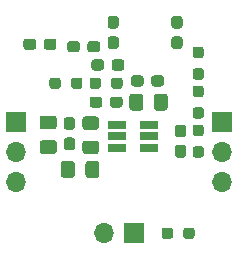
<source format=gbr>
%TF.GenerationSoftware,KiCad,Pcbnew,5.99.0+really5.1.10+dfsg1-1*%
%TF.CreationDate,2021-11-14T15:35:52+01:00*%
%TF.ProjectId,GBPOCKET_DCDC,4742504f-434b-4455-945f-444344432e6b,Rev1*%
%TF.SameCoordinates,PX7102aa0PY5f5e100*%
%TF.FileFunction,Soldermask,Top*%
%TF.FilePolarity,Negative*%
%FSLAX46Y46*%
G04 Gerber Fmt 4.6, Leading zero omitted, Abs format (unit mm)*
G04 Created by KiCad (PCBNEW 5.99.0+really5.1.10+dfsg1-1) date 2021-11-14 15:35:52*
%MOMM*%
%LPD*%
G01*
G04 APERTURE LIST*
%ADD10O,1.700000X1.700000*%
%ADD11R,1.700000X1.700000*%
%ADD12R,1.560000X0.650000*%
G04 APERTURE END LIST*
D10*
%TO.C,J3*%
X8730000Y1200000D03*
D11*
X11270000Y1200000D03*
%TD*%
%TO.C,FB1*%
G36*
G01*
X8050001Y9950000D02*
X7149999Y9950000D01*
G75*
G02*
X6900000Y10199999I0J249999D01*
G01*
X6900000Y10850001D01*
G75*
G02*
X7149999Y11100000I249999J0D01*
G01*
X8050001Y11100000D01*
G75*
G02*
X8300000Y10850001I0J-249999D01*
G01*
X8300000Y10199999D01*
G75*
G02*
X8050001Y9950000I-249999J0D01*
G01*
G37*
G36*
G01*
X8050001Y7900000D02*
X7149999Y7900000D01*
G75*
G02*
X6900000Y8149999I0J249999D01*
G01*
X6900000Y8800001D01*
G75*
G02*
X7149999Y9050000I249999J0D01*
G01*
X8050001Y9050000D01*
G75*
G02*
X8300000Y8800001I0J-249999D01*
G01*
X8300000Y8149999D01*
G75*
G02*
X8050001Y7900000I-249999J0D01*
G01*
G37*
%TD*%
%TO.C,C12*%
G36*
G01*
X6250000Y7075000D02*
X6250000Y6125000D01*
G75*
G02*
X6000000Y5875000I-250000J0D01*
G01*
X5325000Y5875000D01*
G75*
G02*
X5075000Y6125000I0J250000D01*
G01*
X5075000Y7075000D01*
G75*
G02*
X5325000Y7325000I250000J0D01*
G01*
X6000000Y7325000D01*
G75*
G02*
X6250000Y7075000I0J-250000D01*
G01*
G37*
G36*
G01*
X8325000Y7075000D02*
X8325000Y6125000D01*
G75*
G02*
X8075000Y5875000I-250000J0D01*
G01*
X7400000Y5875000D01*
G75*
G02*
X7150000Y6125000I0J250000D01*
G01*
X7150000Y7075000D01*
G75*
G02*
X7400000Y7325000I250000J0D01*
G01*
X8075000Y7325000D01*
G75*
G02*
X8325000Y7075000I0J-250000D01*
G01*
G37*
%TD*%
%TO.C,R6*%
G36*
G01*
X14575000Y1437500D02*
X14575000Y962500D01*
G75*
G02*
X14337500Y725000I-237500J0D01*
G01*
X13837500Y725000D01*
G75*
G02*
X13600000Y962500I0J237500D01*
G01*
X13600000Y1437500D01*
G75*
G02*
X13837500Y1675000I237500J0D01*
G01*
X14337500Y1675000D01*
G75*
G02*
X14575000Y1437500I0J-237500D01*
G01*
G37*
G36*
G01*
X16400000Y1437500D02*
X16400000Y962500D01*
G75*
G02*
X16162500Y725000I-237500J0D01*
G01*
X15662500Y725000D01*
G75*
G02*
X15425000Y962500I0J237500D01*
G01*
X15425000Y1437500D01*
G75*
G02*
X15662500Y1675000I237500J0D01*
G01*
X16162500Y1675000D01*
G75*
G02*
X16400000Y1437500I0J-237500D01*
G01*
G37*
%TD*%
D10*
%TO.C,J2*%
X1250000Y5500000D03*
X1250000Y8040000D03*
D11*
X1250000Y10580000D03*
%TD*%
D12*
%TO.C,U1*%
X9850000Y9400000D03*
X9850000Y8450000D03*
X9850000Y10350000D03*
X12550000Y10350000D03*
X12550000Y9400000D03*
X12550000Y8450000D03*
%TD*%
%TO.C,R5*%
G36*
G01*
X5075000Y14137500D02*
X5075000Y13662500D01*
G75*
G02*
X4837500Y13425000I-237500J0D01*
G01*
X4337500Y13425000D01*
G75*
G02*
X4100000Y13662500I0J237500D01*
G01*
X4100000Y14137500D01*
G75*
G02*
X4337500Y14375000I237500J0D01*
G01*
X4837500Y14375000D01*
G75*
G02*
X5075000Y14137500I0J-237500D01*
G01*
G37*
G36*
G01*
X6900000Y14137500D02*
X6900000Y13662500D01*
G75*
G02*
X6662500Y13425000I-237500J0D01*
G01*
X6162500Y13425000D01*
G75*
G02*
X5925000Y13662500I0J237500D01*
G01*
X5925000Y14137500D01*
G75*
G02*
X6162500Y14375000I237500J0D01*
G01*
X6662500Y14375000D01*
G75*
G02*
X6900000Y14137500I0J-237500D01*
G01*
G37*
%TD*%
%TO.C,R4*%
G36*
G01*
X8475000Y14137500D02*
X8475000Y13662500D01*
G75*
G02*
X8237500Y13425000I-237500J0D01*
G01*
X7737500Y13425000D01*
G75*
G02*
X7500000Y13662500I0J237500D01*
G01*
X7500000Y14137500D01*
G75*
G02*
X7737500Y14375000I237500J0D01*
G01*
X8237500Y14375000D01*
G75*
G02*
X8475000Y14137500I0J-237500D01*
G01*
G37*
G36*
G01*
X10300000Y14137500D02*
X10300000Y13662500D01*
G75*
G02*
X10062500Y13425000I-237500J0D01*
G01*
X9562500Y13425000D01*
G75*
G02*
X9325000Y13662500I0J237500D01*
G01*
X9325000Y14137500D01*
G75*
G02*
X9562500Y14375000I237500J0D01*
G01*
X10062500Y14375000D01*
G75*
G02*
X10300000Y14137500I0J-237500D01*
G01*
G37*
%TD*%
%TO.C,R3*%
G36*
G01*
X16462500Y8575000D02*
X16937500Y8575000D01*
G75*
G02*
X17175000Y8337500I0J-237500D01*
G01*
X17175000Y7837500D01*
G75*
G02*
X16937500Y7600000I-237500J0D01*
G01*
X16462500Y7600000D01*
G75*
G02*
X16225000Y7837500I0J237500D01*
G01*
X16225000Y8337500D01*
G75*
G02*
X16462500Y8575000I237500J0D01*
G01*
G37*
G36*
G01*
X16462500Y10400000D02*
X16937500Y10400000D01*
G75*
G02*
X17175000Y10162500I0J-237500D01*
G01*
X17175000Y9662500D01*
G75*
G02*
X16937500Y9425000I-237500J0D01*
G01*
X16462500Y9425000D01*
G75*
G02*
X16225000Y9662500I0J237500D01*
G01*
X16225000Y10162500D01*
G75*
G02*
X16462500Y10400000I237500J0D01*
G01*
G37*
%TD*%
%TO.C,R2*%
G36*
G01*
X16462500Y11875000D02*
X16937500Y11875000D01*
G75*
G02*
X17175000Y11637500I0J-237500D01*
G01*
X17175000Y11137500D01*
G75*
G02*
X16937500Y10900000I-237500J0D01*
G01*
X16462500Y10900000D01*
G75*
G02*
X16225000Y11137500I0J237500D01*
G01*
X16225000Y11637500D01*
G75*
G02*
X16462500Y11875000I237500J0D01*
G01*
G37*
G36*
G01*
X16462500Y13700000D02*
X16937500Y13700000D01*
G75*
G02*
X17175000Y13462500I0J-237500D01*
G01*
X17175000Y12962500D01*
G75*
G02*
X16937500Y12725000I-237500J0D01*
G01*
X16462500Y12725000D01*
G75*
G02*
X16225000Y12962500I0J237500D01*
G01*
X16225000Y13462500D01*
G75*
G02*
X16462500Y13700000I237500J0D01*
G01*
G37*
%TD*%
%TO.C,R1*%
G36*
G01*
X16462500Y15175000D02*
X16937500Y15175000D01*
G75*
G02*
X17175000Y14937500I0J-237500D01*
G01*
X17175000Y14437500D01*
G75*
G02*
X16937500Y14200000I-237500J0D01*
G01*
X16462500Y14200000D01*
G75*
G02*
X16225000Y14437500I0J237500D01*
G01*
X16225000Y14937500D01*
G75*
G02*
X16462500Y15175000I237500J0D01*
G01*
G37*
G36*
G01*
X16462500Y17000000D02*
X16937500Y17000000D01*
G75*
G02*
X17175000Y16762500I0J-237500D01*
G01*
X17175000Y16262500D01*
G75*
G02*
X16937500Y16025000I-237500J0D01*
G01*
X16462500Y16025000D01*
G75*
G02*
X16225000Y16262500I0J237500D01*
G01*
X16225000Y16762500D01*
G75*
G02*
X16462500Y17000000I237500J0D01*
G01*
G37*
%TD*%
D10*
%TO.C,J1*%
X18750000Y5500000D03*
X18750000Y8040000D03*
D11*
X18750000Y10580000D03*
%TD*%
%TO.C,C11*%
G36*
G01*
X8575000Y12537500D02*
X8575000Y12062500D01*
G75*
G02*
X8337500Y11825000I-237500J0D01*
G01*
X7737500Y11825000D01*
G75*
G02*
X7500000Y12062500I0J237500D01*
G01*
X7500000Y12537500D01*
G75*
G02*
X7737500Y12775000I237500J0D01*
G01*
X8337500Y12775000D01*
G75*
G02*
X8575000Y12537500I0J-237500D01*
G01*
G37*
G36*
G01*
X10300000Y12537500D02*
X10300000Y12062500D01*
G75*
G02*
X10062500Y11825000I-237500J0D01*
G01*
X9462500Y11825000D01*
G75*
G02*
X9225000Y12062500I0J237500D01*
G01*
X9225000Y12537500D01*
G75*
G02*
X9462500Y12775000I237500J0D01*
G01*
X10062500Y12775000D01*
G75*
G02*
X10300000Y12537500I0J-237500D01*
G01*
G37*
%TD*%
%TO.C,C10*%
G36*
G01*
X14962500Y8675000D02*
X15437500Y8675000D01*
G75*
G02*
X15675000Y8437500I0J-237500D01*
G01*
X15675000Y7837500D01*
G75*
G02*
X15437500Y7600000I-237500J0D01*
G01*
X14962500Y7600000D01*
G75*
G02*
X14725000Y7837500I0J237500D01*
G01*
X14725000Y8437500D01*
G75*
G02*
X14962500Y8675000I237500J0D01*
G01*
G37*
G36*
G01*
X14962500Y10400000D02*
X15437500Y10400000D01*
G75*
G02*
X15675000Y10162500I0J-237500D01*
G01*
X15675000Y9562500D01*
G75*
G02*
X15437500Y9325000I-237500J0D01*
G01*
X14962500Y9325000D01*
G75*
G02*
X14725000Y9562500I0J237500D01*
G01*
X14725000Y10162500D01*
G75*
G02*
X14962500Y10400000I237500J0D01*
G01*
G37*
%TD*%
%TO.C,C9*%
G36*
G01*
X12725000Y13862500D02*
X12725000Y14337500D01*
G75*
G02*
X12962500Y14575000I237500J0D01*
G01*
X13562500Y14575000D01*
G75*
G02*
X13800000Y14337500I0J-237500D01*
G01*
X13800000Y13862500D01*
G75*
G02*
X13562500Y13625000I-237500J0D01*
G01*
X12962500Y13625000D01*
G75*
G02*
X12725000Y13862500I0J237500D01*
G01*
G37*
G36*
G01*
X11000000Y13862500D02*
X11000000Y14337500D01*
G75*
G02*
X11237500Y14575000I237500J0D01*
G01*
X11837500Y14575000D01*
G75*
G02*
X12075000Y14337500I0J-237500D01*
G01*
X12075000Y13862500D01*
G75*
G02*
X11837500Y13625000I-237500J0D01*
G01*
X11237500Y13625000D01*
G75*
G02*
X11000000Y13862500I0J237500D01*
G01*
G37*
%TD*%
%TO.C,C8*%
G36*
G01*
X15137500Y18525000D02*
X14662500Y18525000D01*
G75*
G02*
X14425000Y18762500I0J237500D01*
G01*
X14425000Y19362500D01*
G75*
G02*
X14662500Y19600000I237500J0D01*
G01*
X15137500Y19600000D01*
G75*
G02*
X15375000Y19362500I0J-237500D01*
G01*
X15375000Y18762500D01*
G75*
G02*
X15137500Y18525000I-237500J0D01*
G01*
G37*
G36*
G01*
X15137500Y16800000D02*
X14662500Y16800000D01*
G75*
G02*
X14425000Y17037500I0J237500D01*
G01*
X14425000Y17637500D01*
G75*
G02*
X14662500Y17875000I237500J0D01*
G01*
X15137500Y17875000D01*
G75*
G02*
X15375000Y17637500I0J-237500D01*
G01*
X15375000Y17037500D01*
G75*
G02*
X15137500Y16800000I-237500J0D01*
G01*
G37*
%TD*%
%TO.C,C7*%
G36*
G01*
X12950000Y11825000D02*
X12950000Y12775000D01*
G75*
G02*
X13200000Y13025000I250000J0D01*
G01*
X13875000Y13025000D01*
G75*
G02*
X14125000Y12775000I0J-250000D01*
G01*
X14125000Y11825000D01*
G75*
G02*
X13875000Y11575000I-250000J0D01*
G01*
X13200000Y11575000D01*
G75*
G02*
X12950000Y11825000I0J250000D01*
G01*
G37*
G36*
G01*
X10875000Y11825000D02*
X10875000Y12775000D01*
G75*
G02*
X11125000Y13025000I250000J0D01*
G01*
X11800000Y13025000D01*
G75*
G02*
X12050000Y12775000I0J-250000D01*
G01*
X12050000Y11825000D01*
G75*
G02*
X11800000Y11575000I-250000J0D01*
G01*
X11125000Y11575000D01*
G75*
G02*
X10875000Y11825000I0J250000D01*
G01*
G37*
%TD*%
%TO.C,C6*%
G36*
G01*
X9737500Y18525000D02*
X9262500Y18525000D01*
G75*
G02*
X9025000Y18762500I0J237500D01*
G01*
X9025000Y19362500D01*
G75*
G02*
X9262500Y19600000I237500J0D01*
G01*
X9737500Y19600000D01*
G75*
G02*
X9975000Y19362500I0J-237500D01*
G01*
X9975000Y18762500D01*
G75*
G02*
X9737500Y18525000I-237500J0D01*
G01*
G37*
G36*
G01*
X9737500Y16800000D02*
X9262500Y16800000D01*
G75*
G02*
X9025000Y17037500I0J237500D01*
G01*
X9025000Y17637500D01*
G75*
G02*
X9262500Y17875000I237500J0D01*
G01*
X9737500Y17875000D01*
G75*
G02*
X9975000Y17637500I0J-237500D01*
G01*
X9975000Y17037500D01*
G75*
G02*
X9737500Y16800000I-237500J0D01*
G01*
G37*
%TD*%
%TO.C,C5*%
G36*
G01*
X7325000Y16762500D02*
X7325000Y17237500D01*
G75*
G02*
X7562500Y17475000I237500J0D01*
G01*
X8162500Y17475000D01*
G75*
G02*
X8400000Y17237500I0J-237500D01*
G01*
X8400000Y16762500D01*
G75*
G02*
X8162500Y16525000I-237500J0D01*
G01*
X7562500Y16525000D01*
G75*
G02*
X7325000Y16762500I0J237500D01*
G01*
G37*
G36*
G01*
X5600000Y16762500D02*
X5600000Y17237500D01*
G75*
G02*
X5837500Y17475000I237500J0D01*
G01*
X6437500Y17475000D01*
G75*
G02*
X6675000Y17237500I0J-237500D01*
G01*
X6675000Y16762500D01*
G75*
G02*
X6437500Y16525000I-237500J0D01*
G01*
X5837500Y16525000D01*
G75*
G02*
X5600000Y16762500I0J237500D01*
G01*
G37*
%TD*%
%TO.C,C4*%
G36*
G01*
X5562500Y9312500D02*
X6037500Y9312500D01*
G75*
G02*
X6275000Y9075000I0J-237500D01*
G01*
X6275000Y8475000D01*
G75*
G02*
X6037500Y8237500I-237500J0D01*
G01*
X5562500Y8237500D01*
G75*
G02*
X5325000Y8475000I0J237500D01*
G01*
X5325000Y9075000D01*
G75*
G02*
X5562500Y9312500I237500J0D01*
G01*
G37*
G36*
G01*
X5562500Y11037500D02*
X6037500Y11037500D01*
G75*
G02*
X6275000Y10800000I0J-237500D01*
G01*
X6275000Y10200000D01*
G75*
G02*
X6037500Y9962500I-237500J0D01*
G01*
X5562500Y9962500D01*
G75*
G02*
X5325000Y10200000I0J237500D01*
G01*
X5325000Y10800000D01*
G75*
G02*
X5562500Y11037500I237500J0D01*
G01*
G37*
%TD*%
%TO.C,C3*%
G36*
G01*
X2975000Y17437500D02*
X2975000Y16962500D01*
G75*
G02*
X2737500Y16725000I-237500J0D01*
G01*
X2137500Y16725000D01*
G75*
G02*
X1900000Y16962500I0J237500D01*
G01*
X1900000Y17437500D01*
G75*
G02*
X2137500Y17675000I237500J0D01*
G01*
X2737500Y17675000D01*
G75*
G02*
X2975000Y17437500I0J-237500D01*
G01*
G37*
G36*
G01*
X4700000Y17437500D02*
X4700000Y16962500D01*
G75*
G02*
X4462500Y16725000I-237500J0D01*
G01*
X3862500Y16725000D01*
G75*
G02*
X3625000Y16962500I0J237500D01*
G01*
X3625000Y17437500D01*
G75*
G02*
X3862500Y17675000I237500J0D01*
G01*
X4462500Y17675000D01*
G75*
G02*
X4700000Y17437500I0J-237500D01*
G01*
G37*
%TD*%
%TO.C,C2*%
G36*
G01*
X3525000Y9087500D02*
X4475000Y9087500D01*
G75*
G02*
X4725000Y8837500I0J-250000D01*
G01*
X4725000Y8162500D01*
G75*
G02*
X4475000Y7912500I-250000J0D01*
G01*
X3525000Y7912500D01*
G75*
G02*
X3275000Y8162500I0J250000D01*
G01*
X3275000Y8837500D01*
G75*
G02*
X3525000Y9087500I250000J0D01*
G01*
G37*
G36*
G01*
X3525000Y11162500D02*
X4475000Y11162500D01*
G75*
G02*
X4725000Y10912500I0J-250000D01*
G01*
X4725000Y10237500D01*
G75*
G02*
X4475000Y9987500I-250000J0D01*
G01*
X3525000Y9987500D01*
G75*
G02*
X3275000Y10237500I0J250000D01*
G01*
X3275000Y10912500D01*
G75*
G02*
X3525000Y11162500I250000J0D01*
G01*
G37*
%TD*%
%TO.C,C1*%
G36*
G01*
X9375000Y15212500D02*
X9375000Y15687500D01*
G75*
G02*
X9612500Y15925000I237500J0D01*
G01*
X10212500Y15925000D01*
G75*
G02*
X10450000Y15687500I0J-237500D01*
G01*
X10450000Y15212500D01*
G75*
G02*
X10212500Y14975000I-237500J0D01*
G01*
X9612500Y14975000D01*
G75*
G02*
X9375000Y15212500I0J237500D01*
G01*
G37*
G36*
G01*
X7650000Y15212500D02*
X7650000Y15687500D01*
G75*
G02*
X7887500Y15925000I237500J0D01*
G01*
X8487500Y15925000D01*
G75*
G02*
X8725000Y15687500I0J-237500D01*
G01*
X8725000Y15212500D01*
G75*
G02*
X8487500Y14975000I-237500J0D01*
G01*
X7887500Y14975000D01*
G75*
G02*
X7650000Y15212500I0J237500D01*
G01*
G37*
%TD*%
M02*

</source>
